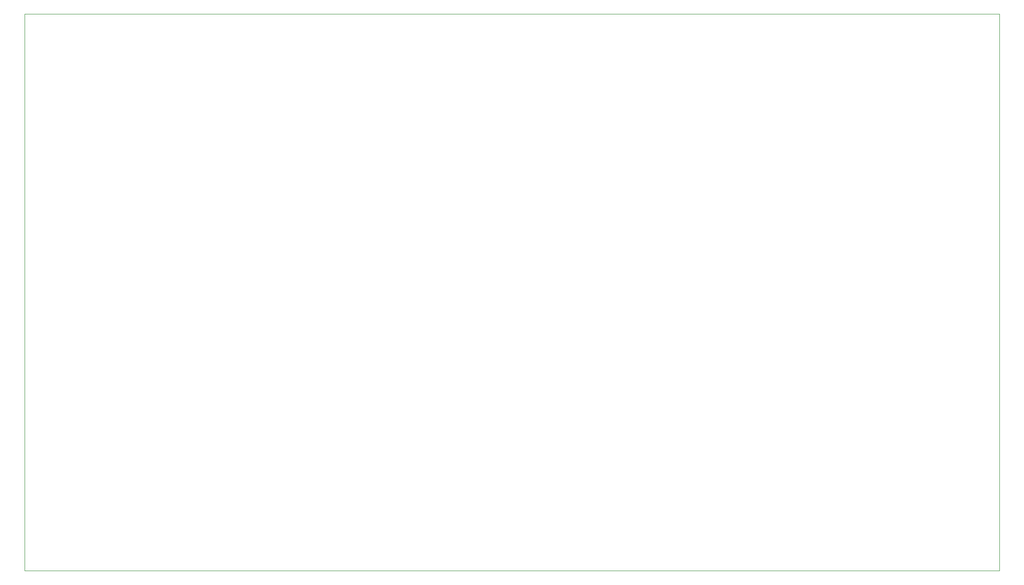
<source format=gbr>
%TF.GenerationSoftware,KiCad,Pcbnew,6.0.9-8da3e8f707~117~ubuntu22.04.1*%
%TF.CreationDate,2022-12-15T07:25:52-05:00*%
%TF.ProjectId,deflection_amp,6465666c-6563-4746-996f-6e5f616d702e,rev?*%
%TF.SameCoordinates,Original*%
%TF.FileFunction,Profile,NP*%
%FSLAX46Y46*%
G04 Gerber Fmt 4.6, Leading zero omitted, Abs format (unit mm)*
G04 Created by KiCad (PCBNEW 6.0.9-8da3e8f707~117~ubuntu22.04.1) date 2022-12-15 07:25:52*
%MOMM*%
%LPD*%
G01*
G04 APERTURE LIST*
%TA.AperFunction,Profile*%
%ADD10C,0.100000*%
%TD*%
G04 APERTURE END LIST*
D10*
X44450000Y-44450000D02*
X222250000Y-44450000D01*
X222250000Y-146050000D02*
X44450000Y-146050000D01*
X44450000Y-146050000D02*
X44450000Y-44450000D01*
X222250000Y-44450000D02*
X222250000Y-146050000D01*
M02*

</source>
